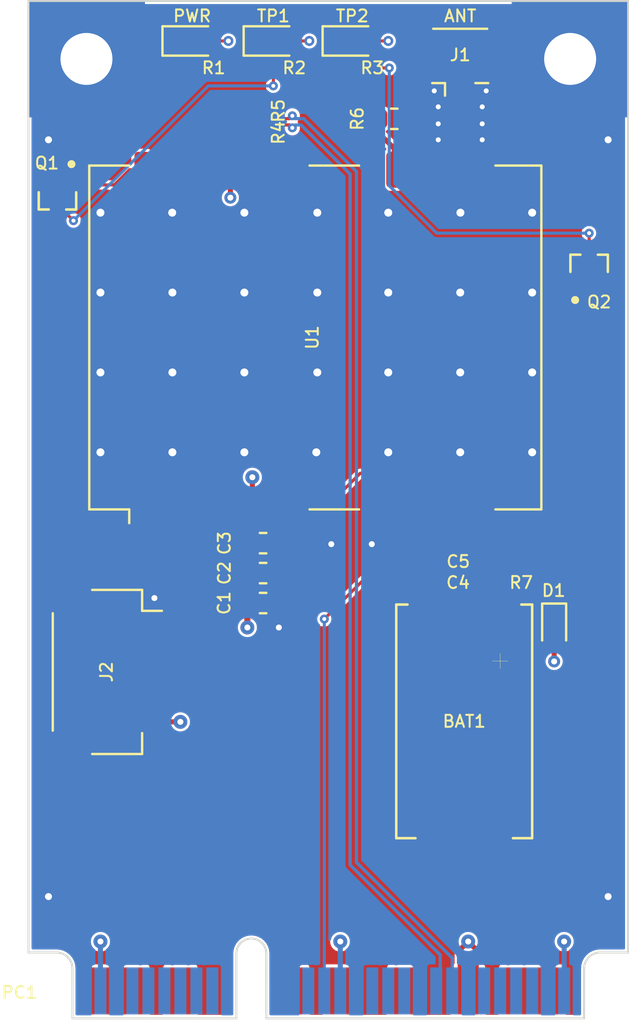
<source format=kicad_pcb>
(kicad_pcb (version 20171130) (host pcbnew 5.1.5+dfsg1-2build2)
  (layers (0 F.Cu signal) (1 In1.Cu signal) (2 In2.Cu signal) (31 B.Cu signal) (34 B.Paste user hide) (35 F.Paste user) (36 B.SilkS user) (37 F.SilkS user) (38 B.Mask user) (39 F.Mask user) (44 Edge.Cuts user))
  (net 0 "")
  (net 1 Board_1-+3.3V)
  (net 2 Board_1-/GNSS_ANT)
  (net 3 Board_1-/GPS_D+)
  (net 4 Board_1-/GPS_D-)
  (net 5 Board_1-/RXD)
  (net 6 Board_1-/TP1)
  (net 7 Board_1-/TP2)
  (net 8 Board_1-/TXD)
  (net 9 Board_1-/USB_D+)
  (net 10 Board_1-/USB_D-)
  (net 11 Board_1-/VCC_RF)
  (net 12 Board_1-/V_ANT)
  (net 13 Board_1-/V_BCKP)
  (net 14 Board_1-/~LED_WLAN)
  (net 15 Board_1-/~LED_WWAN)
  (net 16 Board_1-/~RESET)
  (net 17 Board_1-GND)
  (net 18 "Board_1-Net-(D1-Pad1)")
  (net 19 "Board_1-Net-(LED1-Pad1)")
  (net 20 "Board_1-Net-(LED2-Pad1)")
  (net 21 "Board_1-Net-(LED3-Pad1)")
  (module Capacitor_SMD:C_0603_1608Metric (layer F.Cu) (at 146.7375 103.175 180)
    (fp_text reference C2 (at 1.9375 0 90) (layer F.SilkS) (effects (font (size 0.6 0.6) (thickness 0.1))))
    (fp_text value 10uF)
    (fp_line (start -0.162779 -0.51) (end 0.162779 -0.51) (layer F.SilkS) (width 0.12))
    (fp_line (start -0.162779 0.51) (end 0.162779 0.51) (layer F.SilkS) (width 0.12))
    (pad 2 smd roundrect (at 0.7875 0 180) (size 0.875 0.95) (layers F.Cu F.Paste F.Mask) (net 1 Board_1-+3.3V))
    (pad 1 smd roundrect (at -0.7875 0 180) (size 0.875 0.95) (layers F.Cu F.Paste F.Mask) (net 17 Board_1-GND))
  )
  (module Diode_SMD:D_SOD-523 (layer F.Cu) (at 161.3 105.85 270)
    (fp_text reference D1 (at -1.8 0.025) (layer F.SilkS) (effects (font (size 0.6 0.6) (thickness 0.1))))
    (fp_text value RB520S30T1G)
    (fp_line (start 0.7 0.6) (end -1.15 0.6) (layer F.SilkS) (width 0.12))
    (fp_line (start 0.7 -0.6) (end -1.15 -0.6) (layer F.SilkS) (width 0.12))
    (fp_line (start -1.15 -0.6) (end -1.15 0.6) (layer F.SilkS) (width 0.12))
    (pad 1 smd rect (at -0.7 0 90) (size 0.6 0.7) (layers F.Cu F.Paste F.Mask) (net 18 "Board_1-Net-(D1-Pad1)"))
    (pad 2 smd rect (at 0.7 0 90) (size 0.6 0.7) (layers F.Cu F.Paste F.Mask) (net 1 Board_1-+3.3V))
  )
  (module Resistor_SMD:R_0402_1005Metric (layer F.Cu) (at 146.15 81.125)
    (fp_text reference R4 (at 1.35 0 270) (layer F.SilkS) (effects (font (size 0.6 0.6) (thickness 0.1))))
    (fp_text value 33R)
    (pad 2 smd roundrect (at 0.485 0) (size 0.59 0.64) (layers F.Cu F.Paste F.Mask) (net 10 Board_1-/USB_D-))
    (pad 1 smd roundrect (at -0.485 0) (size 0.59 0.64) (layers F.Cu F.Paste F.Mask) (net 4 Board_1-/GPS_D-))
  )
  (module mPCIe-GNSS:LED_0603_1608Metric_SnapModel (layer F.Cu) (at 151.2 76.525)
    (fp_text reference LED3)
    (fp_text value TP2 (at 0 -1.25) (layer F.SilkS) (effects (font (size 0.6 0.6) (thickness 0.1))))
    (fp_line (start -1.485 0.735) (end 0.8 0.735) (layer F.SilkS) (width 0.12))
    (fp_line (start -1.485 -0.735) (end -1.485 0.735) (layer F.SilkS) (width 0.12))
    (fp_line (start 0.8 -0.735) (end -1.485 -0.735) (layer F.SilkS) (width 0.12))
    (pad 1 smd roundrect (at -0.7875 0) (size 0.875 0.95) (layers F.Cu F.Paste F.Mask) (net 21 "Board_1-Net-(LED3-Pad1)"))
    (pad 2 smd roundrect (at 0.7875 0) (size 0.875 0.95) (layers F.Cu F.Paste F.Mask) (net 1 Board_1-+3.3V))
  )
  (module mPCIe-GNSS:U.FL_Hirose_U.FL-R-SMT-1_Vertical_Tweaked (layer F.Cu) (at 156.6 77.275 90)
    (fp_text reference J1 (at 0.05 0 unlocked) (layer F.SilkS) (effects (font (size 0.6 0.6) (thickness 0.1))))
    (fp_text value ANT (at 2 0 180) (layer F.SilkS) (effects (font (size 0.6 0.6) (thickness 0.1))))
    (fp_line (start -1.36 -1.4) (end -1.36 -0.76) (layer F.SilkS) (width 0.12))
    (fp_line (start -1.36 1.4) (end -1.36 0.76) (layer F.SilkS) (width 0.12))
    (fp_line (start -1.36 -0.76) (end -1.99 -0.76) (layer F.SilkS) (width 0.12))
    (fp_line (start 1.36 -1.35) (end 1.36 1.35) (layer F.SilkS) (width 0.12))
    (pad 2 smd rect (at 0 -1.475 90) (size 2.2 1.05) (layers F.Cu F.Paste F.Mask) (net 17 Board_1-GND))
    (pad 1 smd rect (at -1.525 0 90) (size 1.05 1) (layers F.Cu F.Paste F.Mask) (net 2 Board_1-/GNSS_ANT))
    (pad 2 smd rect (at 0 1.475 90) (size 2.2 1.05) (layers F.Cu F.Paste F.Mask) (net 17 Board_1-GND))
  )
  (module Capacitor_SMD:C_0402_1005Metric (layer F.Cu) (at 154.89 103.65)
    (fp_text reference C4 (at 1.6 0 180) (layer F.SilkS) (effects (font (size 0.6 0.6) (thickness 0.1))))
    (fp_text value 4.7uF)
    (pad 2 smd roundrect (at 0.485 0) (size 0.59 0.64) (layers F.Cu F.Paste F.Mask) (net 17 Board_1-GND))
    (pad 1 smd roundrect (at -0.485 0) (size 0.59 0.64) (layers F.Cu F.Paste F.Mask) (net 13 Board_1-/V_BCKP))
  )
  (module mPCIe-GNSS:LED_0603_1608Metric_SnapModel (layer F.Cu) (at 143.1875 76.525)
    (fp_text reference LED1 hide)
    (fp_text value PWR (at 0 -1.25) (layer F.SilkS) (effects (font (size 0.6 0.6) (thickness 0.1))))
    (fp_line (start -1.485 0.735) (end 0.8 0.735) (layer F.SilkS) (width 0.12))
    (fp_line (start -1.485 -0.735) (end -1.485 0.735) (layer F.SilkS) (width 0.12))
    (fp_line (start 0.8 -0.735) (end -1.485 -0.735) (layer F.SilkS) (width 0.12))
    (pad 1 smd roundrect (at -0.7875 0) (size 0.875 0.95) (layers F.Cu F.Paste F.Mask) (net 19 "Board_1-Net-(LED1-Pad1)"))
    (pad 2 smd roundrect (at 0.7875 0) (size 0.875 0.95) (layers F.Cu F.Paste F.Mask) (net 1 Board_1-+3.3V))
  )
  (module Resistor_SMD:R_0402_1005Metric (layer F.Cu) (at 146.15 80.025 180)
    (fp_text reference R5 (at -1.35 0 270) (layer F.SilkS) (effects (font (size 0.6 0.6) (thickness 0.1))))
    (fp_text value 33R)
    (pad 2 smd roundrect (at 0.485 0 180) (size 0.59 0.64) (layers F.Cu F.Paste F.Mask) (net 3 Board_1-/GPS_D+))
    (pad 1 smd roundrect (at -0.485 0 180) (size 0.59 0.64) (layers F.Cu F.Paste F.Mask) (net 9 Board_1-/USB_D+))
  )
  (module Resistor_SMD:R_0402_1005Metric (layer F.Cu) (at 142.7 77.875)
    (fp_text reference R1 (at 1.565 0) (layer F.SilkS) (effects (font (size 0.6 0.6) (thickness 0.1))))
    (fp_text value 51R)
    (pad 2 smd roundrect (at 0.485 0) (size 0.59 0.64) (layers F.Cu F.Paste F.Mask) (net 17 Board_1-GND))
    (pad 1 smd roundrect (at -0.485 0) (size 0.59 0.64) (layers F.Cu F.Paste F.Mask) (net 19 "Board_1-Net-(LED1-Pad1)"))
  )
  (module mPCIe-GNSS:CAP_DSK-3R3H224U-HL (layer F.Cu) (at 156.8 110.6)
    (fp_text reference BAT1 (at 0 0) (layer F.SilkS) (effects (font (size 0.6 0.6) (thickness 0.1))))
    (fp_text value DSK-3R3H224U)
    (fp_text user + (at 1.8 -3.1) (layer F.SilkS) (effects (font (size 1.004496 1.004496) (thickness 0.015))))
    (fp_line (start 3.4 -5.85) (end 2.857 -5.85) (layer F.SilkS) (width 0.127))
    (fp_line (start 3.4 5.85) (end 3.4 -5.85) (layer F.SilkS) (width 0.127))
    (fp_line (start 2.438 5.85) (end 3.4 5.85) (layer F.SilkS) (width 0.127))
    (fp_line (start -3.4 5.85) (end -2.438 5.85) (layer F.SilkS) (width 0.127))
    (fp_line (start -3.4 -5.85) (end -3.4 5.85) (layer F.SilkS) (width 0.127))
    (fp_line (start -2.837 -5.85) (end -3.4 -5.85) (layer F.SilkS) (width 0.127))
    (pad 2 smd rect (at 0 5.075) (size 4 1.7) (layers F.Cu F.Paste F.Mask) (net 17 Board_1-GND))
    (pad 1 smd rect (at 0 -5.075) (size 5 2) (layers F.Cu F.Paste F.Mask) (net 13 Board_1-/V_BCKP))
  )
  (module Capacitor_SMD:C_0402_1005Metric (layer F.Cu) (at 154.885 102.6)
    (fp_text reference C5 (at 1.615 0 180) (layer F.SilkS) (effects (font (size 0.6 0.6) (thickness 0.1))))
    (fp_text value 100nF)
    (pad 2 smd roundrect (at 0.485 0) (size 0.59 0.64) (layers F.Cu F.Paste F.Mask) (net 17 Board_1-GND))
    (pad 1 smd roundrect (at -0.485 0) (size 0.59 0.64) (layers F.Cu F.Paste F.Mask) (net 13 Board_1-/V_BCKP))
  )
  (module Resistor_SMD:R_0402_1005Metric (layer F.Cu) (at 146.75 77.875)
    (fp_text reference R2 (at 1.55 0) (layer F.SilkS) (effects (font (size 0.6 0.6) (thickness 0.1))))
    (fp_text value 220R)
    (pad 2 smd roundrect (at 0.485 0) (size 0.59 0.64) (layers F.Cu F.Paste F.Mask) (net 15 Board_1-/~LED_WWAN))
    (pad 1 smd roundrect (at -0.485 0) (size 0.59 0.64) (layers F.Cu F.Paste F.Mask) (net 20 "Board_1-Net-(LED2-Pad1)"))
  )
  (module mPCIe-GNSS:LED_0603_1608Metric_SnapModel (layer F.Cu) (at 147.25 76.525)
    (fp_text reference LED2 hide)
    (fp_text value TP1 (at 0 -1.25) (layer F.SilkS) (effects (font (size 0.6 0.6) (thickness 0.1))))
    (fp_line (start -1.485 0.735) (end 0.8 0.735) (layer F.SilkS) (width 0.12))
    (fp_line (start -1.485 -0.735) (end -1.485 0.735) (layer F.SilkS) (width 0.12))
    (fp_line (start 0.8 -0.735) (end -1.485 -0.735) (layer F.SilkS) (width 0.12))
    (pad 1 smd roundrect (at -0.7875 0) (size 0.875 0.95) (layers F.Cu F.Paste F.Mask) (net 20 "Board_1-Net-(LED2-Pad1)"))
    (pad 2 smd roundrect (at 0.7875 0) (size 0.875 0.95) (layers F.Cu F.Paste F.Mask) (net 1 Board_1-+3.3V))
  )
  (module mPCIe-GNSS:Q_EMT3F (layer F.Cu) (at 163.05 87.8 90)
    (fp_text reference Q2 (at -1.8 0.5) (layer F.SilkS) (effects (font (size 0.6 0.6) (thickness 0.1))))
    (fp_text value DTC143ZEBTL)
    (fp_line (start 0.571441 -0.436274) (end 0.571441 -0.936274) (layer F.SilkS) (width 0.127))
    (fp_line (start 0.571441 -0.936274) (end -0.288559 -0.936274) (layer F.SilkS) (width 0.127))
    (fp_line (start 0.569754 0.436931) (end 0.569754 0.936931) (layer F.SilkS) (width 0.127))
    (fp_line (start 0.569754 0.936931) (end -0.290246 0.936931) (layer F.SilkS) (width 0.127))
    (fp_circle (center -1.7 -0.7) (end -1.6 -0.7) (layer F.SilkS) (width 0.2))
    (pad 3 smd rect (at 0.66 0 90) (size 0.81 0.35) (layers F.Cu F.Paste F.Mask) (net 14 Board_1-/~LED_WLAN))
    (pad 2 smd rect (at -0.66 0.5 90) (size 0.81 0.35) (layers F.Cu F.Paste F.Mask) (net 17 Board_1-GND))
    (pad 1 smd rect (at -0.66 -0.5 90) (size 0.81 0.35) (layers F.Cu F.Paste F.Mask) (net 7 Board_1-/TP2))
  )
  (module Resistor_SMD:R_0402_1005Metric (layer F.Cu) (at 150.65 77.875)
    (fp_text reference R3 (at 1.55 0) (layer F.SilkS) (effects (font (size 0.6 0.6) (thickness 0.1))))
    (fp_text value 220R)
    (pad 2 smd roundrect (at 0.485 0) (size 0.59 0.64) (layers F.Cu F.Paste F.Mask) (net 14 Board_1-/~LED_WLAN))
    (pad 1 smd roundrect (at -0.485 0) (size 0.59 0.64) (layers F.Cu F.Paste F.Mask) (net 21 "Board_1-Net-(LED3-Pad1)"))
  )
  (module Capacitor_SMD:C_0603_1608Metric (layer F.Cu) (at 146.7375 104.675 180)
    (fp_text reference C1 (at 1.95 0 90) (layer F.SilkS) (effects (font (size 0.6 0.6) (thickness 0.1))))
    (fp_text value 10uF)
    (fp_line (start -0.162779 0.51) (end 0.162779 0.51) (layer F.SilkS) (width 0.12))
    (fp_line (start -0.162779 -0.51) (end 0.162779 -0.51) (layer F.SilkS) (width 0.12))
    (pad 2 smd roundrect (at 0.7875 0 180) (size 0.875 0.95) (layers F.Cu F.Paste F.Mask) (net 1 Board_1-+3.3V))
    (pad 1 smd roundrect (at -0.7875 0 180) (size 0.875 0.95) (layers F.Cu F.Paste F.Mask) (net 17 Board_1-GND))
  )
  (module mPCIe-GNSS:Q_EMT3F (layer F.Cu) (at 136.45 84.395 270)
    (fp_text reference Q1 (at -1.75 0.53) (layer F.SilkS) (effects (font (size 0.6 0.6) (thickness 0.1))))
    (fp_text value DTC143ZEBTL)
    (fp_line (start 0.571441 -0.436274) (end 0.571441 -0.936274) (layer F.SilkS) (width 0.127))
    (fp_line (start 0.571441 -0.936274) (end -0.288559 -0.936274) (layer F.SilkS) (width 0.127))
    (fp_line (start 0.569754 0.436931) (end 0.569754 0.936931) (layer F.SilkS) (width 0.127))
    (fp_line (start 0.569754 0.936931) (end -0.290246 0.936931) (layer F.SilkS) (width 0.127))
    (fp_circle (center -1.7 -0.7) (end -1.6 -0.7) (layer F.SilkS) (width 0.2))
    (pad 3 smd rect (at 0.66 0 270) (size 0.81 0.35) (layers F.Cu F.Paste F.Mask) (net 15 Board_1-/~LED_WWAN))
    (pad 2 smd rect (at -0.66 0.5 270) (size 0.81 0.35) (layers F.Cu F.Paste F.Mask) (net 17 Board_1-GND))
    (pad 1 smd rect (at -0.66 -0.5 270) (size 0.81 0.35) (layers F.Cu F.Paste F.Mask) (net 6 Board_1-/TP1))
  )
  (module Resistor_SMD:R_0402_1005Metric (layer F.Cu) (at 158.1 103.65 180)
    (fp_text reference R7 (at -1.55 0) (layer F.SilkS) (effects (font (size 0.6 0.6) (thickness 0.1))))
    (fp_text value 1K)
    (pad 2 smd roundrect (at 0.485 0 180) (size 0.59 0.64) (layers F.Cu F.Paste F.Mask) (net 13 Board_1-/V_BCKP))
    (pad 1 smd roundrect (at -0.485 0 180) (size 0.59 0.64) (layers F.Cu F.Paste F.Mask) (net 18 "Board_1-Net-(D1-Pad1)"))
  )
  (module mPCIe-GNSS:ublox_LEA (layer F.Cu) (at 149.2 91.375 90)
    (fp_text reference U1 (at 0 0 90) (layer F.SilkS) (effects (font (size 0.6 0.6) (thickness 0.1))))
    (fp_text value LEA-M8T)
    (fp_line (start 8.61 -11.16) (end 8.61 -9.16) (layer F.SilkS) (width 0.12))
    (fp_line (start -8.61 -11.16) (end 8.61 -11.16) (layer F.SilkS) (width 0.12))
    (fp_line (start 8.61 -0.14) (end 8.61 2.34) (layer F.SilkS) (width 0.12))
    (fp_line (start -8.61 9.16) (end -8.61 11.46) (layer F.SilkS) (width 0.12))
    (fp_line (start -8.61 11.46) (end 8.61 11.46) (layer F.SilkS) (width 0.12))
    (fp_line (start 8.61 9.16) (end 8.61 11.46) (layer F.SilkS) (width 0.12))
    (fp_line (start -8.61 -0.14) (end -8.61 2.34) (layer F.SilkS) (width 0.12))
    (fp_line (start -8.61 -11.16) (end -8.61 -9.16) (layer F.SilkS) (width 0.12))
    (fp_line (start -9.3 -9.16) (end -8.61 -9.16) (layer F.SilkS) (width 0.12))
    (pad 28 smd roundrect (at 8.4 -8.5 90) (size 1.8 0.8) (layers F.Cu F.Paste F.Mask) (net 6 Board_1-/TP1))
    (pad 27 smd roundrect (at 8.4 -7.4 90) (size 1.8 0.8) (layers F.Cu F.Paste F.Mask))
    (pad 26 smd roundrect (at 8.4 -6.3 90) (size 1.8 0.8) (layers F.Cu F.Paste F.Mask) (net 3 Board_1-/GPS_D+))
    (pad 25 smd roundrect (at 8.4 -5.2 90) (size 1.8 0.8) (layers F.Cu F.Paste F.Mask) (net 4 Board_1-/GPS_D-))
    (pad 24 smd roundrect (at 8.4 -4.1 90) (size 1.8 0.8) (layers F.Cu F.Paste F.Mask) (net 1 Board_1-+3.3V))
    (pad 23 smd roundrect (at 8.4 -3 90) (size 1.8 0.8) (layers F.Cu F.Paste F.Mask))
    (pad 22 smd roundrect (at 8.4 -1.9 90) (size 1.8 0.8) (layers F.Cu F.Paste F.Mask))
    (pad 21 smd roundrect (at 8.4 -0.8 90) (size 1.8 0.8) (layers F.Cu F.Paste F.Mask))
    (pad 20 smd roundrect (at 8.4 3 90) (size 1.8 0.8) (layers F.Cu F.Paste F.Mask))
    (pad 19 smd roundrect (at 8.4 4.1 90) (size 1.8 0.8) (layers F.Cu F.Paste F.Mask) (net 12 Board_1-/V_ANT))
    (pad 18 smd roundrect (at 8.4 5.2 90) (size 1.8 0.8) (layers F.Cu F.Paste F.Mask) (net 11 Board_1-/VCC_RF))
    (pad 17 smd roundrect (at 8.4 6.3 90) (size 1.8 0.8) (layers F.Cu F.Paste F.Mask) (net 17 Board_1-GND))
    (pad 16 smd roundrect (at 8.4 7.4 90) (size 1.8 0.8) (layers F.Cu F.Paste F.Mask) (net 2 Board_1-/GNSS_ANT))
    (pad 15 smd roundrect (at 8.4 8.5 90) (size 1.8 0.8) (layers F.Cu F.Paste F.Mask) (net 17 Board_1-GND))
    (pad 14 smd roundrect (at -8.4 8.5 90) (size 1.8 0.8) (layers F.Cu F.Paste F.Mask) (net 17 Board_1-GND))
    (pad 13 smd roundrect (at -8.4 7.4 90) (size 1.8 0.8) (layers F.Cu F.Paste F.Mask) (net 17 Board_1-GND))
    (pad 12 smd roundrect (at -8.4 6.3 90) (size 1.8 0.8) (layers F.Cu F.Paste F.Mask) (net 7 Board_1-/TP2))
    (pad 11 smd roundrect (at -8.4 5.2 90) (size 1.8 0.8) (layers F.Cu F.Paste F.Mask) (net 13 Board_1-/V_BCKP))
    (pad 10 smd roundrect (at -8.4 4.1 90) (size 1.8 0.8) (layers F.Cu F.Paste F.Mask) (net 16 Board_1-/~RESET))
    (pad 9 smd roundrect (at -8.4 3 90) (size 1.8 0.8) (layers F.Cu F.Paste F.Mask))
    (pad 8 smd roundrect (at -8.4 -0.8 90) (size 1.8 0.8) (layers F.Cu F.Paste F.Mask))
    (pad 7 smd roundrect (at -8.4 -1.9 90) (size 1.8 0.8) (layers F.Cu F.Paste F.Mask) (net 17 Board_1-GND))
    (pad 6 smd roundrect (at -8.4 -3 90) (size 1.8 0.8) (layers F.Cu F.Paste F.Mask) (net 1 Board_1-+3.3V))
    (pad 5 smd roundrect (at -8.4 -4.1 90) (size 1.8 0.8) (layers F.Cu F.Paste F.Mask))
    (pad 4 smd roundrect (at -8.4 -5.2 90) (size 1.8 0.8) (layers F.Cu F.Paste F.Mask) (net 5 Board_1-/RXD))
    (pad 3 smd roundrect (at -8.4 -6.3 90) (size 1.8 0.8) (layers F.Cu F.Paste F.Mask) (net 8 Board_1-/TXD))
    (pad 2 smd roundrect (at -8.4 -7.4 90) (size 1.8 0.8) (layers F.Cu F.Paste F.Mask))
    (pad 1 smd roundrect (at -8.4 -8.5 90) (size 1.8 0.8) (layers F.Cu F.Paste F.Mask))
  )
  (module Capacitor_SMD:C_0603_1608Metric (layer F.Cu) (at 146.7375 101.675)
    (fp_text reference C3 (at -1.9375 0 90) (layer F.SilkS) (effects (font (size 0.6 0.6) (thickness 0.1))))
    (fp_text value 100nF)
    (fp_line (start -0.162779 -0.51) (end 0.162779 -0.51) (layer F.SilkS) (width 0.12))
    (fp_line (start -0.162779 0.51) (end 0.162779 0.51) (layer F.SilkS) (width 0.12))
    (pad 2 smd roundrect (at 0.7875 0) (size 0.875 0.95) (layers F.Cu F.Paste F.Mask) (net 17 Board_1-GND))
    (pad 1 smd roundrect (at -0.7875 0) (size 0.875 0.95) (layers F.Cu F.Paste F.Mask) (net 1 Board_1-+3.3V))
  )
  (module "mini-PCIe Cards:mini-PCIe_F1_Full_v517" (layer F.Cu) (at 146.15 125.475)
    (fp_text reference PC1 (at -11.6 -1.3) (layer F.SilkS) (effects (font (size 0.6 0.6) (thickness 0.1))))
    (fp_text value miniPCIe)
    (pad 15 smd rect (at -2.35 -1.375) (size 0.6 2.35) (layers F.Cu F.Mask) (net 17 Board_1-GND))
    (pad 19 smd rect (at 2.45 -1.375) (size 0.6 2.35) (layers F.Cu F.Mask))
    (pad 21 smd rect (at 3.25 -1.375) (size 0.6 2.35) (layers F.Cu F.Mask) (net 17 Board_1-GND))
    (pad 23 smd rect (at 4.05 -1.375) (size 0.6 2.35) (layers F.Cu F.Mask))
    (pad 25 smd rect (at 4.85 -1.375) (size 0.6 2.35) (layers F.Cu F.Mask))
    (pad 27 smd rect (at 5.65 -1.375) (size 0.6 2.35) (layers F.Cu F.Mask) (net 17 Board_1-GND))
    (pad 29 smd rect (at 6.45 -1.375) (size 0.6 2.35) (layers F.Cu F.Mask) (net 17 Board_1-GND))
    (pad 31 smd rect (at 7.25 -1.375) (size 0.6 2.35) (layers F.Cu F.Mask))
    (pad 33 smd rect (at 8.05 -1.375) (size 0.6 2.35) (layers F.Cu F.Mask))
    (pad 35 smd rect (at 8.85 -1.375) (size 0.6 2.35) (layers F.Cu F.Mask) (net 17 Board_1-GND))
    (pad 37 smd rect (at 9.65 -1.375) (size 0.6 2.35) (layers F.Cu F.Mask) (net 17 Board_1-GND))
    (pad 39 smd rect (at 10.45 -1.375) (size 0.6 2.35) (layers F.Cu F.Mask) (net 1 Board_1-+3.3V))
    (pad 41 smd rect (at 11.25 -1.375) (size 0.6 2.35) (layers F.Cu F.Mask) (net 1 Board_1-+3.3V))
    (pad 43 smd rect (at 12.05 -1.375) (size 0.6 2.35) (layers F.Cu F.Mask) (net 17 Board_1-GND))
    (pad 45 smd rect (at 12.85 -1.375) (size 0.6 2.35) (layers F.Cu F.Mask))
    (pad 47 smd rect (at 13.65 -1.375) (size 0.6 2.35) (layers F.Cu F.Mask))
    (pad 49 smd rect (at 14.45 -1.375) (size 0.6 2.35) (layers F.Cu F.Mask))
    (pad 51 smd rect (at 15.25 -1.375) (size 0.6 2.35) (layers F.Cu F.Mask))
    (pad 13 smd rect (at -3.15 -1.375) (size 0.6 2.35) (layers F.Cu F.Mask))
    (pad 11 smd rect (at -3.95 -1.375) (size 0.6 2.35) (layers F.Cu F.Mask))
    (pad 9 smd rect (at -4.75 -1.375) (size 0.6 2.35) (layers F.Cu F.Mask) (net 17 Board_1-GND))
    (pad 7 smd rect (at -5.55 -1.375) (size 0.6 2.35) (layers F.Cu F.Mask))
    (pad 5 smd rect (at -6.35 -1.375) (size 0.6 2.35) (layers F.Cu F.Mask))
    (pad 3 smd rect (at -7.15 -1.375) (size 0.6 2.35) (layers F.Cu F.Mask))
    (pad 1 smd rect (at -7.95 -1.375) (size 0.6 2.35) (layers F.Cu F.Mask))
    (pad 17 smd rect (at 1.65 -1.375) (size 0.6 2.35) (layers F.Cu F.Mask))
    (pad 18 smd rect (at 2.05 -1.375) (size 0.6 2.35) (layers B.Cu B.Mask) (net 17 Board_1-GND))
    (pad 20 smd rect (at 2.85 -1.375) (size 0.6 2.35) (layers B.Cu B.Mask))
    (pad 22 smd rect (at 3.65 -1.375) (size 0.6 2.35) (layers B.Cu B.Mask) (net 16 Board_1-/~RESET))
    (pad 24 smd rect (at 4.45 -1.375) (size 0.6 2.35) (layers B.Cu B.Mask) (net 1 Board_1-+3.3V))
    (pad 26 smd rect (at 5.25 -1.375) (size 0.6 2.35) (layers B.Cu B.Mask) (net 17 Board_1-GND))
    (pad 28 smd rect (at 6.05 -1.375) (size 0.6 2.35) (layers B.Cu B.Mask))
    (pad 30 smd rect (at 6.85 -1.375) (size 0.6 2.35) (layers B.Cu B.Mask))
    (pad 32 smd rect (at 7.65 -1.375) (size 0.6 2.35) (layers B.Cu B.Mask))
    (pad 34 smd rect (at 8.45 -1.375) (size 0.6 2.35) (layers B.Cu B.Mask) (net 17 Board_1-GND))
    (pad 36 smd rect (at 9.25 -1.375) (size 0.6 2.35) (layers B.Cu B.Mask) (net 10 Board_1-/USB_D-))
    (pad 38 smd rect (at 10.05 -1.375) (size 0.6 2.35) (layers B.Cu B.Mask) (net 9 Board_1-/USB_D+))
    (pad 40 smd rect (at 10.85 -1.375) (size 0.6 2.35) (layers B.Cu B.Mask) (net 17 Board_1-GND))
    (pad 42 smd rect (at 11.65 -1.375) (size 0.6 2.35) (layers B.Cu B.Mask))
    (pad 44 smd rect (at 12.45 -1.375) (size 0.6 2.35) (layers B.Cu B.Mask))
    (pad 46 smd rect (at 13.25 -1.375) (size 0.6 2.35) (layers B.Cu B.Mask))
    (pad 48 smd rect (at 14.05 -1.375) (size 0.6 2.35) (layers B.Cu B.Mask))
    (pad 50 smd rect (at 14.85 -1.375) (size 0.6 2.35) (layers B.Cu B.Mask) (net 17 Board_1-GND))
    (pad 52 smd rect (at 15.65 -1.375) (size 0.6 2.35) (layers B.Cu B.Mask) (net 1 Board_1-+3.3V))
    (pad 16 smd rect (at -1.95 -1.375) (size 0.6 2.35) (layers B.Cu B.Mask))
    (pad 14 smd rect (at -2.75 -1.375) (size 0.6 2.35) (layers B.Cu B.Mask))
    (pad 12 smd rect (at -3.55 -1.375) (size 0.6 2.35) (layers B.Cu B.Mask))
    (pad 10 smd rect (at -4.35 -1.375) (size 0.6 2.35) (layers B.Cu B.Mask))
    (pad 8 smd rect (at -5.15 -1.375) (size 0.6 2.35) (layers B.Cu B.Mask))
    (pad 6 smd rect (at -5.95 -1.375) (size 0.6 2.35) (layers B.Cu B.Mask))
    (pad 4 smd rect (at -6.75 -1.375) (size 0.6 2.35) (layers B.Cu B.Mask) (net 17 Board_1-GND))
    (pad 2 smd rect (at -7.55 -1.375) (size 0.6 2.35) (layers B.Cu B.Mask) (net 1 Board_1-+3.3V))
    (pad 54 thru_hole custom (at -8.25 -48.05) (size 2.6 2.6) (drill 2.6) (layers *.Cu *.Mask) (net 17 Board_1-GND) (options (clearance outline) (anchor circle)) (primitives (gr_poly (pts (xy 2.9 2.9) (xy -2.9 2.9) (xy -2.9 -2.9) (xy 2.9 -2.9)) (width 0.05)) (gr_poly (pts (xy 2.9 2.9) (xy -2.9 2.9) (xy -2.9 -2.9) (xy 2.9 -2.9)) (width 0.05)) (gr_poly (pts (xy 2.9 2.9) (xy -2.9 2.9) (xy -2.9 -2.9) (xy 2.9 -2.9)) (width 0.05)) (gr_poly (pts (xy 2.9 2.9) (xy -2.9 2.9) (xy -2.9 -2.9) (xy 2.9 -2.9)) (width 0.05))))
    (pad 55 thru_hole custom (at 15.95 -48.05) (size 2.6 2.6) (drill 2.6) (layers *.Cu *.Mask) (net 17 Board_1-GND) (options (clearance outline) (anchor circle)) (primitives (gr_poly (pts (xy 2.9 2.9) (xy -2.9 2.9) (xy -2.9 -2.9) (xy 2.9 -2.9)) (width 0.05)) (gr_poly (pts (xy 2.9 2.9) (xy -2.9 2.9) (xy -2.9 -2.9) (xy 2.9 -2.9)) (width 0.05)) (gr_poly (pts (xy 2.9 2.9) (xy -2.9 2.9) (xy -2.9 -2.9) (xy 2.9 -2.9)) (width 0.05)) (gr_poly (pts (xy 2.9 2.9) (xy -2.9 2.9) (xy -2.9 -2.9) (xy 2.9 -2.9)) (width 0.05))))
  )
  (module Resistor_SMD:R_0603_1608Metric (layer F.Cu) (at 153.3 80.425)
    (fp_text reference R6 (at -1.85 0 90) (layer F.SilkS) (effects (font (size 0.6 0.6) (thickness 0.1))))
    (fp_text value 10R)
    (fp_line (start -0.162779 -0.51) (end 0.162779 -0.51) (layer F.SilkS) (width 0.12))
    (fp_line (start -0.162779 0.51) (end 0.162779 0.51) (layer F.SilkS) (width 0.12))
    (pad 2 smd roundrect (at 0.7875 0) (size 0.875 0.95) (layers F.Cu F.Paste F.Mask) (net 11 Board_1-/VCC_RF))
    (pad 1 smd roundrect (at -0.7875 0) (size 0.875 0.95) (layers F.Cu F.Paste F.Mask) (net 12 Board_1-/V_ANT))
  )
  (module mPCIe-GNSS:JST_SH_SM06B-SRSS-TB_1x06-1MP_P1.00mm_Horizontal_3D (layer F.Cu) (at 138.9 108.125 270)
    (fp_text reference J2 (at 0 0 270) (layer F.SilkS) (effects (font (size 0.6 0.6) (thickness 0.1))))
    (fp_text value IO)
    (fp_line (start -4.11 0.715) (end -4.11 -1.785) (layer F.SilkS) (width 0.12))
    (fp_line (start -4.11 -1.785) (end -3.06 -1.785) (layer F.SilkS) (width 0.12))
    (fp_line (start -3.06 -1.785) (end -3.06 -2.775) (layer F.SilkS) (width 0.12))
    (fp_line (start 4.11 0.715) (end 4.11 -1.785) (layer F.SilkS) (width 0.12))
    (fp_line (start 4.11 -1.785) (end 3.06 -1.785) (layer F.SilkS) (width 0.12))
    (fp_line (start -2.94 2.685) (end 2.94 2.685) (layer F.SilkS) (width 0.12))
    (pad MP smd roundrect (at 3.8 1.875 270) (size 1.2 1.8) (layers F.Cu F.Paste F.Mask) (roundrect_rratio 0.208333))
    (pad MP smd roundrect (at -3.8 1.875 270) (size 1.2 1.8) (layers F.Cu F.Paste F.Mask) (roundrect_rratio 0.208333))
    (pad 6 smd roundrect (at 2.5 -2 270) (size 0.6 1.55) (layers F.Cu F.Paste F.Mask) (net 1 Board_1-+3.3V))
    (pad 5 smd roundrect (at 1.5 -2 270) (size 0.6 1.55) (layers F.Cu F.Paste F.Mask) (net 7 Board_1-/TP2))
    (pad 4 smd roundrect (at 0.5 -2 270) (size 0.6 1.55) (layers F.Cu F.Paste F.Mask) (net 5 Board_1-/RXD))
    (pad 3 smd roundrect (at -0.5 -2 270) (size 0.6 1.55) (layers F.Cu F.Paste F.Mask) (net 8 Board_1-/TXD))
    (pad 2 smd roundrect (at -1.5 -2 270) (size 0.6 1.55) (layers F.Cu F.Paste F.Mask) (net 6 Board_1-/TP1))
    (pad 1 smd roundrect (at -2.5 -2 270) (size 0.6 1.55) (layers F.Cu F.Paste F.Mask) (net 17 Board_1-GND))
  )
  (gr_line (start 146.8998 125.476) (end 146.899 122.225) (layer Edge.Cuts) (width 0.1))
  (gr_line (start 162.8 125.476) (end 146.8998 125.476) (layer Edge.Cuts) (width 0.1))
  (gr_line (start 162.801 122.975) (end 162.8 125.476) (layer Edge.Cuts) (width 0.1))
  (gr_line (start 162.8054 122.8915) (end 162.801 122.975) (layer Edge.Cuts) (width 0.1))
  (gr_line (start 162.8185 122.8089) (end 162.8054 122.8915) (layer Edge.Cuts) (width 0.1))
  (gr_line (start 162.8401 122.7281) (end 162.8185 122.8089) (layer Edge.Cuts) (width 0.1))
  (gr_line (start 162.8701 122.65) (end 162.8401 122.7281) (layer Edge.Cuts) (width 0.1))
  (gr_line (start 162.908 122.5755) (end 162.8701 122.65) (layer Edge.Cuts) (width 0.1))
  (gr_line (start 162.9536 122.5054) (end 162.908 122.5755) (layer Edge.Cuts) (width 0.1))
  (gr_line (start 163.0062 122.4404) (end 162.9536 122.5054) (layer Edge.Cuts) (width 0.1))
  (gr_line (start 163.0654 122.3812) (end 163.0062 122.4404) (layer Edge.Cuts) (width 0.1))
  (gr_line (start 163.1304 122.3286) (end 163.0654 122.3812) (layer Edge.Cuts) (width 0.1))
  (gr_line (start 163.2005 122.283) (end 163.1304 122.3286) (layer Edge.Cuts) (width 0.1))
  (gr_line (start 163.275 122.2451) (end 163.2005 122.283) (layer Edge.Cuts) (width 0.1))
  (gr_line (start 163.3531 122.2151) (end 163.275 122.2451) (layer Edge.Cuts) (width 0.1))
  (gr_line (start 163.4339 122.1935) (end 163.3531 122.2151) (layer Edge.Cuts) (width 0.1))
  (gr_line (start 163.5165 122.1804) (end 163.4339 122.1935) (layer Edge.Cuts) (width 0.1))
  (gr_line (start 163.6 122.176) (end 163.5165 122.1804) (layer Edge.Cuts) (width 0.1))
  (gr_line (start 165.0009 122.1754) (end 163.6 122.176) (layer Edge.Cuts) (width 0.1))
  (gr_line (start 165.0004 74.5241) (end 165.0009 122.1754) (layer Edge.Cuts) (width 0.1))
  (gr_line (start 134.9991 74.5246) (end 165.0004 74.5241) (layer Edge.Cuts) (width 0.1))
  (gr_line (start 134.999 122.1752) (end 134.9991 74.5246) (layer Edge.Cuts) (width 0.1))
  (gr_line (start 136.4 122.176) (end 134.999 122.1752) (layer Edge.Cuts) (width 0.1))
  (gr_line (start 136.4835 122.1804) (end 136.4 122.176) (layer Edge.Cuts) (width 0.1))
  (gr_line (start 136.5661 122.1935) (end 136.4835 122.1804) (layer Edge.Cuts) (width 0.1))
  (gr_line (start 136.6469 122.2151) (end 136.5661 122.1935) (layer Edge.Cuts) (width 0.1))
  (gr_line (start 136.725 122.2451) (end 136.6469 122.2151) (layer Edge.Cuts) (width 0.1))
  (gr_line (start 136.7995 122.283) (end 136.725 122.2451) (layer Edge.Cuts) (width 0.1))
  (gr_line (start 136.8696 122.3286) (end 136.7995 122.283) (layer Edge.Cuts) (width 0.1))
  (gr_line (start 136.9346 122.3812) (end 136.8696 122.3286) (layer Edge.Cuts) (width 0.1))
  (gr_line (start 136.9938 122.4404) (end 136.9346 122.3812) (layer Edge.Cuts) (width 0.1))
  (gr_line (start 137.0464 122.5054) (end 136.9938 122.4404) (layer Edge.Cuts) (width 0.1))
  (gr_line (start 137.092 122.5755) (end 137.0464 122.5054) (layer Edge.Cuts) (width 0.1))
  (gr_line (start 137.1299 122.65) (end 137.092 122.5755) (layer Edge.Cuts) (width 0.1))
  (gr_line (start 137.1599 122.7281) (end 137.1299 122.65) (layer Edge.Cuts) (width 0.1))
  (gr_line (start 137.1815 122.8089) (end 137.1599 122.7281) (layer Edge.Cuts) (width 0.1))
  (gr_line (start 137.1946 122.8915) (end 137.1815 122.8089) (layer Edge.Cuts) (width 0.1))
  (gr_line (start 137.199 122.975) (end 137.1946 122.8915) (layer Edge.Cuts) (width 0.1))
  (gr_line (start 137.2 125.476) (end 137.199 122.975) (layer Edge.Cuts) (width 0.1))
  (gr_line (start 145.4003 125.476) (end 137.2 125.476) (layer Edge.Cuts) (width 0.1))
  (gr_line (start 145.401 122.225) (end 145.4003 125.476) (layer Edge.Cuts) (width 0.1))
  (gr_line (start 145.4048 122.1492) (end 145.401 122.225) (layer Edge.Cuts) (width 0.1))
  (gr_line (start 145.4163 122.0742) (end 145.4048 122.1492) (layer Edge.Cuts) (width 0.1))
  (gr_line (start 145.4354 122.0008) (end 145.4163 122.0742) (layer Edge.Cuts) (width 0.1))
  (gr_line (start 145.4617 121.9296) (end 145.4354 122.0008) (layer Edge.Cuts) (width 0.1))
  (gr_line (start 145.4951 121.8615) (end 145.4617 121.9296) (layer Edge.Cuts) (width 0.1))
  (gr_line (start 145.5352 121.7971) (end 145.4951 121.8615) (layer Edge.Cuts) (width 0.1))
  (gr_line (start 145.5817 121.7371) (end 145.5352 121.7971) (layer Edge.Cuts) (width 0.1))
  (gr_line (start 145.634 121.6821) (end 145.5817 121.7371) (layer Edge.Cuts) (width 0.1))
  (gr_line (start 145.6915 121.6327) (end 145.634 121.6821) (layer Edge.Cuts) (width 0.1))
  (gr_line (start 145.7538 121.5894) (end 145.6915 121.6327) (layer Edge.Cuts) (width 0.1))
  (gr_line (start 145.8201 121.5525) (end 145.7538 121.5894) (layer Edge.Cuts) (width 0.1))
  (gr_line (start 145.8899 121.5226) (end 145.8201 121.5525) (layer Edge.Cuts) (width 0.1))
  (gr_line (start 145.9623 121.4999) (end 145.8899 121.5226) (layer Edge.Cuts) (width 0.1))
  (gr_line (start 146.0366 121.4846) (end 145.9623 121.4999) (layer Edge.Cuts) (width 0.1))
  (gr_line (start 146.1121 121.477) (end 146.0366 121.4846) (layer Edge.Cuts) (width 0.1))
  (gr_line (start 146.1879 121.477) (end 146.1121 121.477) (layer Edge.Cuts) (width 0.1))
  (gr_line (start 146.2634 121.4846) (end 146.1879 121.477) (layer Edge.Cuts) (width 0.1))
  (gr_line (start 146.3377 121.4999) (end 146.2634 121.4846) (layer Edge.Cuts) (width 0.1))
  (gr_line (start 146.4101 121.5226) (end 146.3377 121.4999) (layer Edge.Cuts) (width 0.1))
  (gr_line (start 146.4799 121.5525) (end 146.4101 121.5226) (layer Edge.Cuts) (width 0.1))
  (gr_line (start 146.5462 121.5894) (end 146.4799 121.5525) (layer Edge.Cuts) (width 0.1))
  (gr_line (start 146.6085 121.6327) (end 146.5462 121.5894) (layer Edge.Cuts) (width 0.1))
  (gr_line (start 146.666 121.6821) (end 146.6085 121.6327) (layer Edge.Cuts) (width 0.1))
  (gr_line (start 146.7183 121.7371) (end 146.666 121.6821) (layer Edge.Cuts) (width 0.1))
  (gr_line (start 146.7648 121.7971) (end 146.7183 121.7371) (layer Edge.Cuts) (width 0.1))
  (gr_line (start 146.8049 121.8615) (end 146.7648 121.7971) (layer Edge.Cuts) (width 0.1))
  (gr_line (start 146.8383 121.9296) (end 146.8049 121.8615) (layer Edge.Cuts) (width 0.1))
  (gr_line (start 146.8646 122.0008) (end 146.8383 121.9296) (layer Edge.Cuts) (width 0.1))
  (gr_line (start 146.8837 122.0742) (end 146.8646 122.0008) (layer Edge.Cuts) (width 0.1))
  (gr_line (start 146.8952 122.1492) (end 146.8837 122.0742) (layer Edge.Cuts) (width 0.1))
  (gr_line (start 146.899 122.225) (end 146.8952 122.1492) (layer Edge.Cuts) (width 0.1))
  (via (at 157 121.625) (size 0.7) (drill 0.3) (layers F.Cu B.Cu) (net 1))
  (via (at 161.3 107.6) (size 0.6) (drill 0.3) (layers F.Cu B.Cu) (net 1))
  (via (at 150.6 121.625) (size 0.7) (drill 0.3) (layers F.Cu B.Cu) (net 1))
  (segment (start 145.95 101.675) (end 145.95 101.175) (width 0.3048) (layer F.Cu) (net 1))
  (segment (start 145.95 101.175) (end 146.2 100.925) (width 0.3048) (layer F.Cu) (net 1))
  (segment (start 145.95 101.675) (end 145.95 104.675) (width 0.3048) (layer F.Cu) (net 1))
  (segment (start 146.2 100.925) (end 146.2 99.775) (width 0.3048) (layer F.Cu) (net 1))
  (segment (start 140.55 110.675) (end 140.5 110.625) (width 0.3048) (layer F.Cu) (net 1))
  (segment (start 145.95 104.987212) (end 145.95 104.675) (width 0.3048) (layer F.Cu) (net 1))
  (segment (start 150.6 124.1) (end 150.6 123.075) (width 0.3048) (layer B.Cu) (net 1))
  (via (at 138.6 121.625) (size 0.7) (drill 0.3) (layers F.Cu B.Cu) (net 1))
  (via (at 161.8 121.625) (size 0.7) (drill 0.3) (layers F.Cu B.Cu) (net 1))
  (via (at 145 76.525) (size 0.5) (drill 0.25) (layers F.Cu B.Cu) (net 1))
  (segment (start 143.925 76.525) (end 145 76.525) (width 0.15427) (layer F.Cu) (net 1))
  (via (at 149.05 76.525) (size 0.5) (drill 0.25) (layers F.Cu B.Cu) (net 1))
  (segment (start 148.0375 76.525) (end 149.05 76.525) (width 0.15427) (layer F.Cu) (net 1))
  (via (at 153 76.525) (size 0.5) (drill 0.25) (layers F.Cu B.Cu) (net 1))
  (segment (start 151.9875 76.525) (end 153 76.525) (width 0.15427) (layer F.Cu) (net 1))
  (segment (start 138.6 121.625) (end 138.6 124.1) (width 0.254) (layer B.Cu) (net 1))
  (segment (start 161.8 124.1) (end 161.8 121.625) (width 0.254) (layer B.Cu) (net 1))
  (segment (start 150.6 124.1) (end 150.6 121.625) (width 0.254) (layer B.Cu) (net 1))
  (segment (start 156.6 122.025) (end 157 121.625) (width 0.254) (layer F.Cu) (net 1))
  (segment (start 156.6 124.1) (end 156.6 122.025) (width 0.254) (layer F.Cu) (net 1))
  (segment (start 157.4 122.025) (end 157 121.625) (width 0.254) (layer F.Cu) (net 1))
  (segment (start 157.4 124.1) (end 157.4 122.025) (width 0.254) (layer F.Cu) (net 1))
  (via (at 142.6 110.625) (size 0.7) (drill 0.3) (layers F.Cu B.Cu) (net 1))
  (segment (start 140.9 110.625) (end 142.6 110.625) (width 0.254) (layer F.Cu) (net 1))
  (via (at 145.1 84.375) (size 0.6) (drill 0.3) (layers F.Cu B.Cu) (net 1))
  (segment (start 145.1 82.975) (end 145.1 84.375) (width 0.254) (layer F.Cu) (net 1))
  (via (at 146.2 98.375) (size 0.7) (drill 0.3) (layers F.Cu B.Cu) (net 1))
  (segment (start 146.2 98.375) (end 146.2 99.775) (width 0.254) (layer F.Cu) (net 1))
  (segment (start 161.3 106.55) (end 161.3 107.6) (width 0.254) (layer F.Cu) (net 1))
  (via (at 145.95 105.9) (size 0.7) (drill 0.3) (layers F.Cu B.Cu) (net 1))
  (segment (start 145.95 104.675) (end 145.95 105.875) (width 0.3048) (layer F.Cu) (net 1))
  (segment (start 156.6 78.9) (end 156.6 82.975) (width 0.29337) (layer F.Cu) (net 2))
  (segment (start 142.9 82.975) (end 143.05 82.825) (width 0.127) (layer F.Cu) (net 3))
  (segment (start 143.05 83.125) (end 142.9 82.975) (width 0.127) (layer F.Cu) (net 3))
  (segment (start 142.9 82.475) (end 142.9 82.975) (width 0.127) (layer F.Cu) (net 3))
  (segment (start 145.5575 80.025) (end 145.665 80.025) (width 0.1615) (layer F.Cu) (net 3))
  (segment (start 145.65 80.025) (end 145.665 80.025) (width 0.1615) (layer F.Cu) (net 3))
  (segment (start 143.2 82.675) (end 143.2 81.3825) (width 0.1615) (layer F.Cu) (net 3))
  (segment (start 142.9 82.975) (end 143.2 82.675) (width 0.1615) (layer F.Cu) (net 3))
  (segment (start 143.2 81.3825) (end 144.2075 80.375) (width 0.1615) (layer F.Cu) (net 3))
  (segment (start 145.3 80.375) (end 145.65 80.025) (width 0.1615) (layer F.Cu) (net 3))
  (segment (start 144.2075 80.375) (end 145.3 80.375) (width 0.1615) (layer F.Cu) (net 3))
  (segment (start 144 82.975) (end 144 82.475) (width 0.127) (layer F.Cu) (net 4))
  (segment (start 144 82.975) (end 143.6635 83.3115) (width 0.127) (layer F.Cu) (net 4))
  (segment (start 143.75 83.225) (end 144 82.975) (width 0.127) (layer F.Cu) (net 4))
  (segment (start 143.85 83.125) (end 144 82.975) (width 0.127) (layer F.Cu) (net 4))
  (segment (start 144 82.975) (end 143.85 82.825) (width 0.127) (layer F.Cu) (net 4))
  (segment (start 144.361185 80.775) (end 145.315 80.775) (width 0.1615) (layer F.Cu) (net 4))
  (segment (start 144 82.975) (end 143.7 82.675) (width 0.1615) (layer F.Cu) (net 4))
  (segment (start 145.315 80.775) (end 145.665 81.125) (width 0.1615) (layer F.Cu) (net 4))
  (segment (start 143.7 81.436185) (end 144.361185 80.775) (width 0.1615) (layer F.Cu) (net 4))
  (segment (start 143.7 82.675) (end 143.7 81.436185) (width 0.1615) (layer F.Cu) (net 4))
  (segment (start 144 100.625) (end 144 99.775) (width 0.1524) (layer F.Cu) (net 5))
  (segment (start 141.85 108.625) (end 143.6 106.875) (width 0.1524) (layer F.Cu) (net 5))
  (segment (start 140.5 108.625) (end 141.85 108.625) (width 0.1524) (layer F.Cu) (net 5))
  (segment (start 143.6 106.875) (end 143.6 101.025) (width 0.1524) (layer F.Cu) (net 5))
  (segment (start 143.6 101.025) (end 144 100.625) (width 0.1524) (layer F.Cu) (net 5))
  (segment (start 140.828601 83.103601) (end 140.7 82.975) (width 0.1524) (layer F.Cu) (net 6))
  (segment (start 140.7 82.975) (end 140.05 82.975) (width 0.1524) (layer F.Cu) (net 6))
  (segment (start 140.05 82.975) (end 139.3 83.725) (width 0.1524) (layer F.Cu) (net 6))
  (segment (start 139.95 106.625) (end 139.3 105.975) (width 0.15427) (layer F.Cu) (net 6))
  (segment (start 140.9 106.625) (end 139.95 106.625) (width 0.15427) (layer F.Cu) (net 6))
  (segment (start 139.3 83.725) (end 139.3 87.225) (width 0.1524) (layer F.Cu) (net 6))
  (segment (start 139.3 87.225) (end 139.3 105.975) (width 0.1524) (layer F.Cu) (net 6))
  (segment (start 139.29 83.735) (end 139.3 83.725) (width 0.15427) (layer F.Cu) (net 6))
  (segment (start 136.95 83.735) (end 139.29 83.735) (width 0.15427) (layer F.Cu) (net 6))
  (segment (start 141.2 109.625) (end 141.551788 109.625) (width 0.1524) (layer F.Cu) (net 7))
  (segment (start 155.5 99.775) (end 155.5 98.875) (width 0.15427) (layer F.Cu) (net 7))
  (segment (start 142.55 109.625) (end 140.9 109.625) (width 0.15427) (layer F.Cu) (net 7))
  (segment (start 151.6 98.175) (end 149.35 100.425) (width 0.15427) (layer F.Cu) (net 7))
  (segment (start 155.5 98.175) (end 151.6 98.175) (width 0.15427) (layer F.Cu) (net 7))
  (segment (start 149.35 107.1) (end 146.825 109.625) (width 0.15427) (layer F.Cu) (net 7))
  (segment (start 149.35 100.425) (end 149.35 107.1) (width 0.15427) (layer F.Cu) (net 7))
  (segment (start 146.825 109.625) (end 142.55 109.625) (width 0.15427) (layer F.Cu) (net 7))
  (segment (start 155.5 99.775) (end 155.5 98.175) (width 0.15427) (layer F.Cu) (net 7))
  (segment (start 162.55 88.51) (end 162.5 88.46) (width 0.15427) (layer F.Cu) (net 7))
  (segment (start 162.55 96.925) (end 162.55 88.51) (width 0.15427) (layer F.Cu) (net 7))
  (segment (start 155.5 98.175) (end 161.3 98.175) (width 0.15427) (layer F.Cu) (net 7))
  (segment (start 161.3 98.175) (end 162.55 96.925) (width 0.15427) (layer F.Cu) (net 7))
  (segment (start 140.5 107.625) (end 140.810436 107.625) (width 0.1524) (layer F.Cu) (net 8))
  (segment (start 141.2 107.625) (end 140.5 107.625) (width 0.1524) (layer F.Cu) (net 8))
  (segment (start 143.29519 106.77981) (end 143.29519 101.02019) (width 0.1524) (layer F.Cu) (net 8))
  (segment (start 143.29519 101.02019) (end 142.9 100.625) (width 0.1524) (layer F.Cu) (net 8))
  (segment (start 140.5 107.625) (end 142.45 107.625) (width 0.1524) (layer F.Cu) (net 8))
  (segment (start 142.9 100.625) (end 142.9 99.775) (width 0.1524) (layer F.Cu) (net 8))
  (segment (start 142.45 107.625) (end 143.29519 106.77981) (width 0.1524) (layer F.Cu) (net 8))
  (segment (start 146.635 80.025) (end 147.02725 80.41725) (width 0.1615) (layer F.Cu) (net 9))
  (via (at 148.2 80.273) (size 0.45) (drill 0.2) (layers F.Cu B.Cu) (net 9))
  (segment (start 148.05575 80.41725) (end 148.2 80.273) (width 0.1615) (layer F.Cu) (net 9))
  (segment (start 147.02725 80.41725) (end 148.05575 80.41725) (width 0.1615) (layer F.Cu) (net 9))
  (segment (start 148.302 80.375) (end 148.2 80.273) (width 0.1615) (layer B.Cu) (net 9))
  (segment (start 148.761199 80.415) (end 148.72 80.415) (width 0.1615) (layer B.Cu) (net 9))
  (segment (start 151.407761 117.659656) (end 151.407761 83.061562) (width 0.1615) (layer B.Cu) (net 9))
  (segment (start 156.2 124.1) (end 156.2 122.451895) (width 0.1615) (layer B.Cu) (net 9))
  (segment (start 151.407761 83.061562) (end 148.761199 80.415) (width 0.1615) (layer B.Cu) (net 9))
  (segment (start 156.2 122.451895) (end 151.407761 117.659656) (width 0.1615) (layer B.Cu) (net 9))
  (segment (start 148.342 80.415) (end 148.2 80.273) (width 0.1615) (layer B.Cu) (net 9))
  (segment (start 148.761199 80.415) (end 148.342 80.415) (width 0.1615) (layer B.Cu) (net 9))
  (segment (start 146.635 81.125) (end 147.02725 80.73275) (width 0.1615) (layer F.Cu) (net 10))
  (segment (start 148.05575 80.73275) (end 148.2 80.877) (width 0.1615) (layer F.Cu) (net 10))
  (via (at 148.2 80.877) (size 0.45) (drill 0.2) (layers F.Cu B.Cu) (net 10))
  (segment (start 147.02725 80.73275) (end 148.05575 80.73275) (width 0.1615) (layer F.Cu) (net 10))
  (segment (start 148.34425 80.73275) (end 148.2 80.877) (width 0.1615) (layer B.Cu) (net 10))
  (segment (start 148.63275 80.73275) (end 148.34425 80.73275) (width 0.1615) (layer B.Cu) (net 10))
  (segment (start 155.4 123.18275) (end 155.6 122.98275) (width 0.1615) (layer B.Cu) (net 10))
  (segment (start 155.4 124.1) (end 155.4 123.18275) (width 0.1615) (layer B.Cu) (net 10))
  (segment (start 155.6 122.298094) (end 151.09225 117.790344) (width 0.1615) (layer B.Cu) (net 10))
  (segment (start 151.09225 83.19225) (end 148.63275 80.73275) (width 0.1615) (layer B.Cu) (net 10))
  (segment (start 155.6 122.98275) (end 155.6 122.298094) (width 0.1615) (layer B.Cu) (net 10))
  (segment (start 151.09225 117.790344) (end 151.09225 83.19225) (width 0.1615) (layer B.Cu) (net 10))
  (segment (start 154.4 82.975) (end 154.4 82.975) (width 0.1524) (layer F.Cu) (net 11))
  (segment (start 154.3875 82.9625) (end 154.4 82.975) (width 0.1524) (layer F.Cu) (net 11))
  (segment (start 154.4 80.3875) (end 154.2875 80.275) (width 0.254) (layer F.Cu) (net 11))
  (segment (start 154.4 82.975) (end 154.4 80.3875) (width 0.254) (layer F.Cu) (net 11))
  (segment (start 152.5125 80.425) (end 152.5125 81.125) (width 0.254) (layer F.Cu) (net 12))
  (segment (start 153.3 81.9125) (end 152.5125 81.125) (width 0.254) (layer F.Cu) (net 12))
  (segment (start 153.3 81.9125) (end 153.3 82.975) (width 0.254) (layer F.Cu) (net 12))
  (segment (start 154.4 102.645) (end 154.405 102.65) (width 0.15427) (layer F.Cu) (net 13))
  (segment (start 154.405 104.305) (end 154.405 103.675) (width 0.15427) (layer F.Cu) (net 13))
  (segment (start 158.065 104.71) (end 157.25 105.525) (width 0.15427) (layer F.Cu) (net 13))
  (segment (start 157.615 103.65) (end 157.615 104.71) (width 0.15427) (layer F.Cu) (net 13))
  (segment (start 155.625 105.525) (end 154.405 104.305) (width 0.15427) (layer F.Cu) (net 13))
  (segment (start 156.8 105.525) (end 155.625 105.525) (width 0.15427) (layer F.Cu) (net 13))
  (segment (start 154.4 99.775) (end 154.4 103.67) (width 0.15427) (layer F.Cu) (net 13))
  (via (at 163.05 86.15) (size 0.45) (drill 0.2) (layers F.Cu B.Cu) (net 14))
  (segment (start 163.05 86.15) (end 163.05 87.14) (width 0.15427) (layer F.Cu) (net 14))
  (via (at 153.05 77.875) (size 0.45) (drill 0.2) (layers F.Cu B.Cu) (net 14))
  (segment (start 151.15 77.89) (end 151.135 77.875) (width 0.15427) (layer F.Cu) (net 14))
  (segment (start 151.135 77.875) (end 153.05 77.875) (width 0.15427) (layer F.Cu) (net 14))
  (segment (start 155.425 86.15) (end 163.05 86.15) (width 0.15427) (layer B.Cu) (net 14))
  (segment (start 153.05 77.875) (end 153.05 83.775) (width 0.15427) (layer B.Cu) (net 14))
  (segment (start 153.05 83.775) (end 155.425 86.15) (width 0.15427) (layer B.Cu) (net 14))
  (via (at 137.25 85.525) (size 0.45) (drill 0.2) (layers F.Cu B.Cu) (net 15))
  (segment (start 136.45 85.055) (end 136.78 85.055) (width 0.15427) (layer F.Cu) (net 15))
  (segment (start 136.78 85.055) (end 137.25 85.525) (width 0.15427) (layer F.Cu) (net 15))
  (via (at 147.25 78.775) (size 0.45) (drill 0.2) (layers F.Cu B.Cu) (net 15))
  (segment (start 137.25 85.525) (end 144 78.775) (width 0.15427) (layer B.Cu) (net 15))
  (segment (start 144 78.775) (end 147.25 78.775) (width 0.15427) (layer B.Cu) (net 15))
  (segment (start 147.25 77.89) (end 147.235 77.875) (width 0.15427) (layer F.Cu) (net 15))
  (segment (start 147.25 78.775) (end 147.25 77.89) (width 0.15427) (layer F.Cu) (net 15))
  (segment (start 149.8 124.1) (end 149.8 123.013518) (width 0.1524) (layer B.Cu) (net 16))
  (via (at 149.8 105.475) (size 0.45) (drill 0.2) (layers F.Cu B.Cu) (net 16))
  (segment (start 149.8 124.1) (end 149.8 105.5) (width 0.1524) (layer B.Cu) (net 16))
  (segment (start 153.3 101.975) (end 153.3 99.775) (width 0.15427) (layer F.Cu) (net 16))
  (segment (start 149.8 105.475) (end 153.3 101.975) (width 0.15427) (layer F.Cu) (net 16))
  (via (at 141.3 104.425) (size 0.6) (drill 0.3) (layers F.Cu B.Cu) (net 17))
  (via (at 155.5 80.675) (size 0.6) (drill 0.25) (layers F.Cu B.Cu) (net 17))
  (via (at 142.2 97.125) (size 0.8) (drill 0.4) (layers F.Cu B.Cu) (net 17))
  (via (at 138.6 97.125) (size 0.8) (drill 0.4) (layers F.Cu B.Cu) (net 17))
  (via (at 145.8 85.125) (size 0.8) (drill 0.4) (layers F.Cu B.Cu) (net 17))
  (via (at 155.5 79.825) (size 0.6) (drill 0.25) (layers F.Cu B.Cu) (net 17))
  (via (at 157.7 79.825) (size 0.6) (drill 0.25) (layers F.Cu B.Cu) (net 17))
  (via (at 142.19 85.125) (size 0.8) (drill 0.4) (layers F.Cu B.Cu) (net 17))
  (via (at 145.8 97.125) (size 0.8) (drill 0.4) (layers F.Cu B.Cu) (net 17))
  (via (at 145.8 93.125) (size 0.8) (drill 0.4) (layers F.Cu B.Cu) (net 17))
  (via (at 145.8 89.125) (size 0.8) (drill 0.4) (layers F.Cu B.Cu) (net 17))
  (via (at 138.6 85.125) (size 0.8) (drill 0.4) (layers F.Cu B.Cu) (net 17))
  (via (at 142.2 93.125) (size 0.8) (drill 0.4) (layers F.Cu B.Cu) (net 17))
  (via (at 142.2 89.125) (size 0.8) (drill 0.4) (layers F.Cu B.Cu) (net 17))
  (via (at 157.7 80.675) (size 0.6) (drill 0.25) (layers F.Cu B.Cu) (net 17))
  (via (at 138.6 89.125) (size 0.8) (drill 0.4) (layers F.Cu B.Cu) (net 17))
  (via (at 138.6 93.125) (size 0.8) (drill 0.4) (layers F.Cu B.Cu) (net 17))
  (via (at 160.2 89.125) (size 0.8) (drill 0.4) (layers F.Cu B.Cu) (net 17))
  (via (at 153 89.125) (size 0.8) (drill 0.4) (layers F.Cu B.Cu) (net 17))
  (via (at 136 119.375) (size 0.8) (drill 0.35) (layers F.Cu B.Cu) (net 17))
  (via (at 156.6 89.125) (size 0.8) (drill 0.4) (layers F.Cu B.Cu) (net 17))
  (via (at 156.6 97.125) (size 0.8) (drill 0.4) (layers F.Cu B.Cu) (net 17))
  (via (at 149.4 97.125) (size 0.8) (drill 0.4) (layers F.Cu B.Cu) (net 17))
  (via (at 160.2 93.125) (size 0.8) (drill 0.4) (layers F.Cu B.Cu) (net 17))
  (via (at 160.2 97.125) (size 0.8) (drill 0.4) (layers F.Cu B.Cu) (net 17))
  (via (at 156.6 93.125) (size 0.8) (drill 0.4) (layers F.Cu B.Cu) (net 17))
  (via (at 153 93.125) (size 0.8) (drill 0.4) (layers F.Cu B.Cu) (net 17))
  (via (at 156.61 85.125) (size 0.8) (drill 0.4) (layers F.Cu B.Cu) (net 17))
  (via (at 164 119.375) (size 0.8) (drill 0.35) (layers F.Cu B.Cu) (net 17))
  (via (at 153 85.125) (size 0.8) (drill 0.4) (layers F.Cu B.Cu) (net 17))
  (via (at 160.2 85.125) (size 0.8) (drill 0.4) (layers F.Cu B.Cu) (net 17))
  (via (at 157.9 79.025) (size 0.6) (drill 0.25) (layers F.Cu B.Cu) (net 17))
  (via (at 155.3 79.025) (size 0.6) (drill 0.25) (layers F.Cu B.Cu) (net 17))
  (via (at 157.7 81.475) (size 0.6) (drill 0.25) (layers F.Cu B.Cu) (net 17))
  (via (at 155.5 81.475) (size 0.6) (drill 0.25) (layers F.Cu B.Cu) (net 17))
  (via (at 153 97.125) (size 0.8) (drill 0.4) (layers F.Cu B.Cu) (net 17))
  (via (at 149.45 89.125) (size 0.8) (drill 0.4) (layers F.Cu B.Cu) (net 17))
  (via (at 149.45 93.125) (size 0.8) (drill 0.4) (layers F.Cu B.Cu) (net 17))
  (via (at 149.45 85.125) (size 0.8) (drill 0.4) (layers F.Cu B.Cu) (net 17))
  (via (at 164 81.475) (size 0.8) (drill 0.35) (layers F.Cu B.Cu) (net 17))
  (via (at 136 81.475) (size 0.8) (drill 0.35) (layers F.Cu B.Cu) (net 17))
  (segment (start 147.525 104.675) (end 147.525 101.675) (width 0.4) (layer F.Cu) (net 17))
  (segment (start 147.525 101.675) (end 147.525 101.1) (width 0.4) (layer F.Cu) (net 17))
  (segment (start 147.3 100.875) (end 147.3 99.775) (width 0.4) (layer F.Cu) (net 17))
  (segment (start 147.525 101.1) (end 147.3 100.875) (width 0.4) (layer F.Cu) (net 17))
  (via (at 147.525 105.9) (size 0.7) (drill 0.3) (layers F.Cu B.Cu) (net 17))
  (segment (start 147.525 104.675) (end 147.525 105.9) (width 0.4) (layer F.Cu) (net 17))
  (via (at 152.175 101.725) (size 0.6) (drill 0.3) (layers F.Cu B.Cu) (net 17))
  (via (at 150.15 101.725) (size 0.6) (drill 0.3) (layers F.Cu B.Cu) (net 17))
  (segment (start 161.3 105.15) (end 161.3 104.3) (width 0.15427) (layer F.Cu) (net 18))
  (segment (start 161.3 104.3) (end 160.65 103.65) (width 0.15427) (layer F.Cu) (net 18))
  (segment (start 160.65 103.65) (end 158.585 103.65) (width 0.15427) (layer F.Cu) (net 18))
  (segment (start 142.215 76.71) (end 142.4 76.525) (width 0.1524) (layer F.Cu) (net 19))
  (segment (start 142.215 77.875) (end 142.215 76.71) (width 0.1524) (layer F.Cu) (net 19))
  (segment (start 146.265 76.7225) (end 146.4625 76.525) (width 0.1524) (layer F.Cu) (net 20))
  (segment (start 146.265 77.875) (end 146.265 76.7225) (width 0.1524) (layer F.Cu) (net 20))
  (segment (start 150.165 76.7725) (end 150.4125 76.525) (width 0.1524) (layer F.Cu) (net 21))
  (segment (start 150.165 77.875) (end 150.165 76.7725) (width 0.1524) (layer F.Cu) (net 21))
  (zone (net 17) (net_name Board_1-GND) (layer F.Cu) (connect_pads (clearance 0.154)) (min_thickness 0.127) (fill yes (arc_segments 32) (thermal_gap 0.254) (thermal_bridge_width 0.4) (smoothing fillet) (radius 0.4))
    (polygon (pts (xy 165 80.225) (xy 165 125.475) (xy 135 125.475) (xy 135 74.525) (xy 164.95 74.525)))
  )
  (zone (net 17) (net_name Board_1-GND) (layer B.Cu) (connect_pads (clearance 0.127)) (min_thickness 0.127) (fill yes (arc_segments 32) (thermal_gap 0.254) (thermal_bridge_width 0.4))
    (polygon (pts (xy 164.95 74.525) (xy 164.95 80.225) (xy 165 125.475) (xy 135 125.475) (xy 135 80.275) (xy 135 74.525) (xy 140.75 74.525) (xy 159.3 74.525)))
  )
)
</source>
